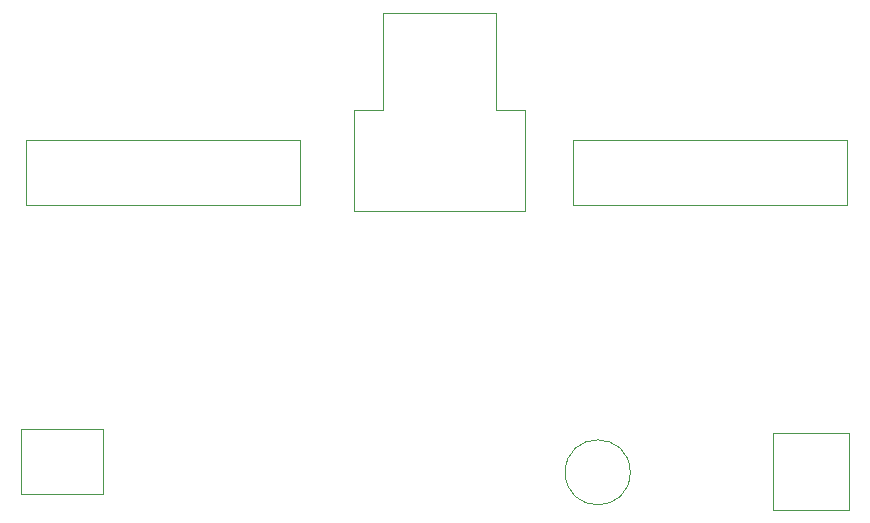
<source format=gbr>
%TF.GenerationSoftware,KiCad,Pcbnew,(6.0.10-0)*%
%TF.CreationDate,2023-02-14T13:21:13-08:00*%
%TF.ProjectId,lab4,6c616234-2e6b-4696-9361-645f70636258,rev?*%
%TF.SameCoordinates,Original*%
%TF.FileFunction,Other,User*%
%FSLAX46Y46*%
G04 Gerber Fmt 4.6, Leading zero omitted, Abs format (unit mm)*
G04 Created by KiCad (PCBNEW (6.0.10-0)) date 2023-02-14 13:21:13*
%MOMM*%
%LPD*%
G01*
G04 APERTURE LIST*
%ADD10C,0.050000*%
G04 APERTURE END LIST*
D10*
%TO.C,SW1*%
X139987500Y-65872500D02*
X139987500Y-57622500D01*
X151987500Y-74372500D02*
X137487500Y-74372500D01*
X137487500Y-74372500D02*
X137487500Y-65872500D01*
X137487500Y-65872500D02*
X139987500Y-65872500D01*
X149487500Y-57622500D02*
X149487500Y-65872500D01*
X151987500Y-65872500D02*
X151987500Y-74372500D01*
X139987500Y-57622500D02*
X149487500Y-57622500D01*
X149487500Y-65872500D02*
X151987500Y-65872500D01*
%TO.C,C1*%
X160890000Y-96520000D02*
G75*
G03*
X160890000Y-96520000I-2750000J0D01*
G01*
%TO.C,R1*%
X156030000Y-73870000D02*
X179250000Y-73870000D01*
X179250000Y-68370000D02*
X156030000Y-68370000D01*
X156030000Y-68370000D02*
X156030000Y-73870000D01*
X179250000Y-73870000D02*
X179250000Y-68370000D01*
%TO.C,V1*%
X109310000Y-98340000D02*
X116210000Y-98340000D01*
X109310000Y-92840000D02*
X109310000Y-98340000D01*
X116210000Y-92840000D02*
X109310000Y-92840000D01*
X116210000Y-98340000D02*
X116210000Y-92840000D01*
%TO.C,D1*%
X172950000Y-93230000D02*
X172950000Y-99730000D01*
X179400000Y-93230000D02*
X172950000Y-93230000D01*
X172950000Y-99730000D02*
X179400000Y-99730000D01*
X179400000Y-99730000D02*
X179400000Y-93230000D01*
%TO.C,R2*%
X132930000Y-68410000D02*
X109710000Y-68410000D01*
X109710000Y-68410000D02*
X109710000Y-73910000D01*
X109710000Y-73910000D02*
X132930000Y-73910000D01*
X132930000Y-73910000D02*
X132930000Y-68410000D01*
%TD*%
M02*

</source>
